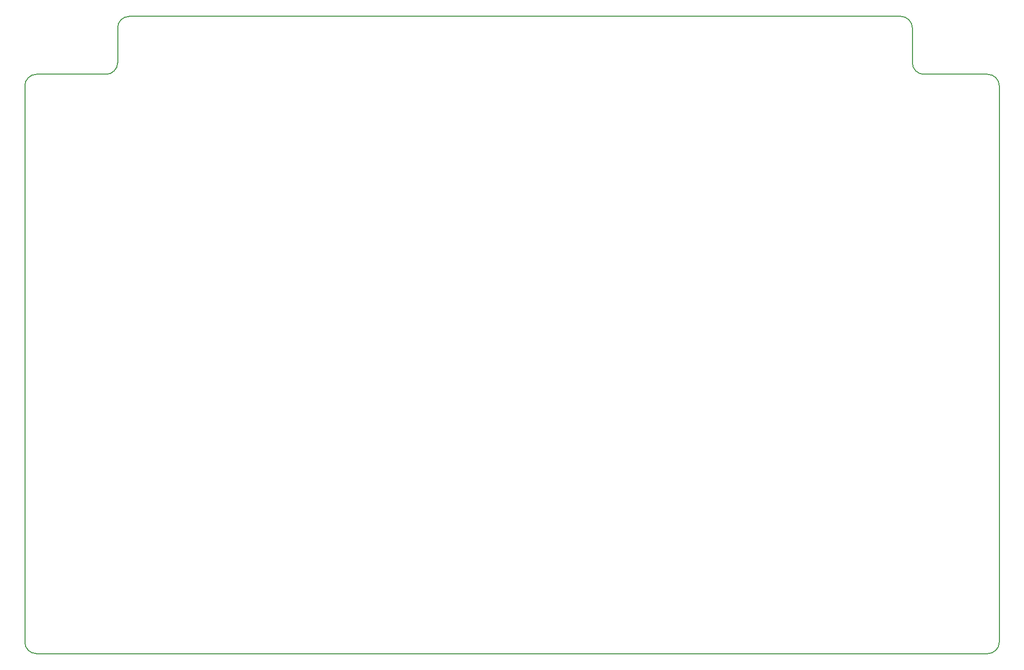
<source format=gbr>
G04 #@! TF.GenerationSoftware,KiCad,Pcbnew,8.0.6*
G04 #@! TF.CreationDate,2024-12-03T12:50:29-05:00*
G04 #@! TF.ProjectId,UFC_Main,5546435f-4d61-4696-9e2e-6b696361645f,6.1.0*
G04 #@! TF.SameCoordinates,Original*
G04 #@! TF.FileFunction,Profile,NP*
%FSLAX46Y46*%
G04 Gerber Fmt 4.6, Leading zero omitted, Abs format (unit mm)*
G04 Created by KiCad (PCBNEW 8.0.6) date 2024-12-03 12:50:29*
%MOMM*%
%LPD*%
G01*
G04 APERTURE LIST*
G04 #@! TA.AperFunction,Profile*
%ADD10C,0.150000*%
G04 #@! TD*
G04 APERTURE END LIST*
D10*
X238602872Y-89916398D02*
X105602872Y-89916398D01*
X103602872Y-91916398D02*
X103602872Y-97916398D01*
X101602872Y-99916398D02*
X89602872Y-99916398D01*
X87602872Y-101916398D02*
X87602872Y-197916398D01*
X89602872Y-199916398D02*
X253602872Y-199916398D01*
X255602872Y-197916398D02*
X255602872Y-101916398D01*
X253602872Y-99916398D02*
X242602872Y-99916398D01*
X240602872Y-97916398D02*
X240602872Y-91916398D01*
X89602872Y-199916398D02*
G75*
G02*
X87602902Y-197916398I28J1999998D01*
G01*
X238602872Y-89916398D02*
G75*
G02*
X240602902Y-91916398I28J-2000002D01*
G01*
X242602872Y-99916398D02*
G75*
G02*
X240602902Y-97916398I28J1999998D01*
G01*
X103602872Y-97916398D02*
G75*
G02*
X101602872Y-99916372I-1999972J-2D01*
G01*
X87602872Y-101916398D02*
G75*
G02*
X89602872Y-99916372I2000028J-2D01*
G01*
X103602872Y-91916398D02*
G75*
G02*
X105602872Y-89916372I2000028J-2D01*
G01*
X253602872Y-99916398D02*
G75*
G02*
X255602902Y-101916398I28J-2000002D01*
G01*
X255602872Y-197916398D02*
G75*
G02*
X253602872Y-199916372I-1999972J-2D01*
G01*
M02*

</source>
